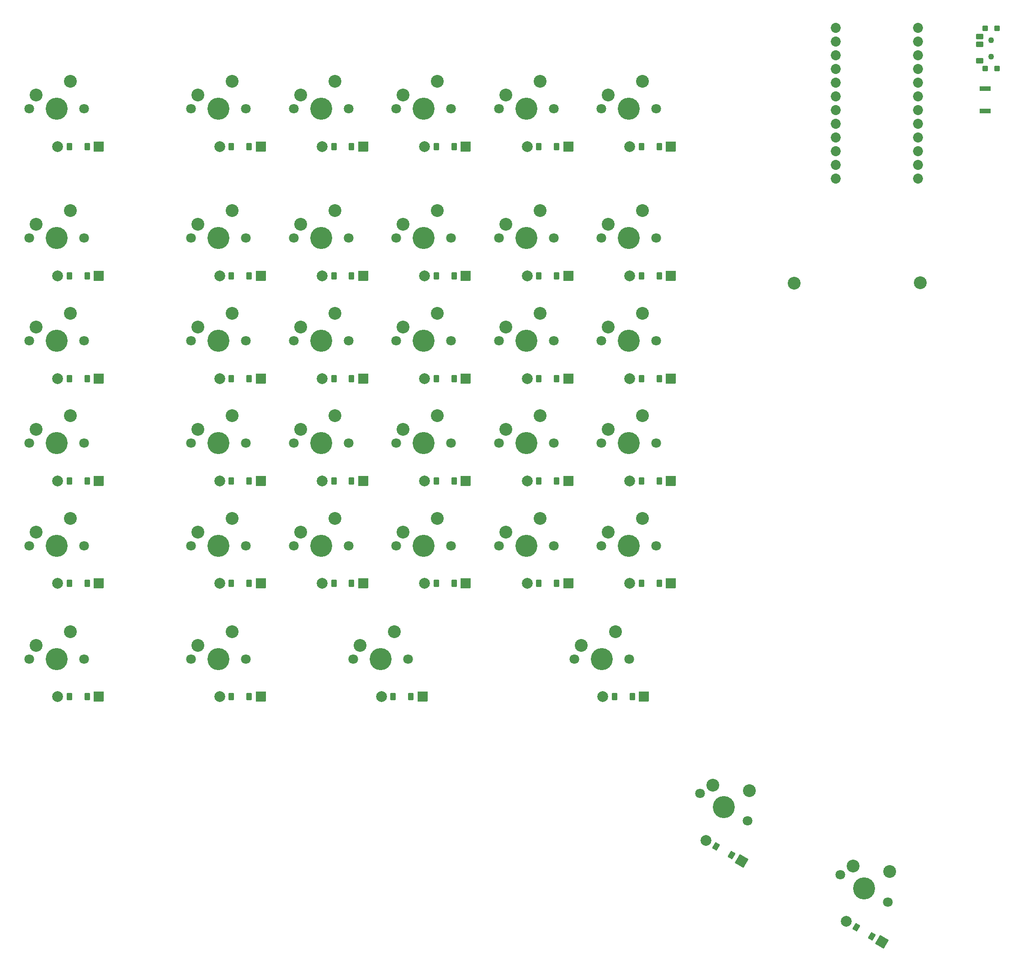
<source format=gbr>
%TF.GenerationSoftware,KiCad,Pcbnew,8.0.5*%
%TF.CreationDate,2024-10-12T19:47:22+02:00*%
%TF.ProjectId,finishedleftpcb,66696e69-7368-4656-946c-656674706362,v1.0.0*%
%TF.SameCoordinates,Original*%
%TF.FileFunction,Soldermask,Top*%
%TF.FilePolarity,Negative*%
%FSLAX46Y46*%
G04 Gerber Fmt 4.6, Leading zero omitted, Abs format (unit mm)*
G04 Created by KiCad (PCBNEW 8.0.5) date 2024-10-12 19:47:22*
%MOMM*%
%LPD*%
G01*
G04 APERTURE LIST*
G04 Aperture macros list*
%AMRoundRect*
0 Rectangle with rounded corners*
0 $1 Rounding radius*
0 $2 $3 $4 $5 $6 $7 $8 $9 X,Y pos of 4 corners*
0 Add a 4 corners polygon primitive as box body*
4,1,4,$2,$3,$4,$5,$6,$7,$8,$9,$2,$3,0*
0 Add four circle primitives for the rounded corners*
1,1,$1+$1,$2,$3*
1,1,$1+$1,$4,$5*
1,1,$1+$1,$6,$7*
1,1,$1+$1,$8,$9*
0 Add four rect primitives between the rounded corners*
20,1,$1+$1,$2,$3,$4,$5,0*
20,1,$1+$1,$4,$5,$6,$7,0*
20,1,$1+$1,$6,$7,$8,$9,0*
20,1,$1+$1,$8,$9,$2,$3,0*%
G04 Aperture macros list end*
%ADD10C,1.801800*%
%ADD11C,4.087800*%
%ADD12C,2.386000*%
%ADD13RoundRect,0.050000X0.889000X0.889000X-0.889000X0.889000X-0.889000X-0.889000X0.889000X-0.889000X0*%
%ADD14RoundRect,0.050000X0.450000X0.600000X-0.450000X0.600000X-0.450000X-0.600000X0.450000X-0.600000X0*%
%ADD15C,2.005000*%
%ADD16RoundRect,0.050000X1.214397X0.325397X-0.325397X1.214397X-1.214397X-0.325397X0.325397X-1.214397X0*%
%ADD17RoundRect,0.050000X0.689711X0.294615X-0.089711X0.744615X-0.689711X-0.294615X0.089711X-0.744615X0*%
%ADD18RoundRect,0.225000X0.825000X-0.225000X0.825000X0.225000X-0.825000X0.225000X-0.825000X-0.225000X0*%
%ADD19C,1.852600*%
%ADD20RoundRect,0.050000X0.450000X-0.450000X0.450000X0.450000X-0.450000X0.450000X-0.450000X-0.450000X0*%
%ADD21C,1.100000*%
%ADD22RoundRect,0.050000X0.625000X-0.450000X0.625000X0.450000X-0.625000X0.450000X-0.625000X-0.450000X0*%
G04 APERTURE END LIST*
D10*
%TO.C,S58*%
X171381601Y-64457468D03*
D11*
X176461601Y-64457468D03*
D10*
X181541601Y-64457468D03*
D12*
X179001601Y-59377468D03*
X172651601Y-61917468D03*
%TD*%
D10*
%TO.C,S64*%
X215674351Y-206417468D03*
D11*
X220073760Y-208957468D03*
D10*
X224473169Y-211497468D03*
D12*
X224813465Y-205828059D03*
X218044203Y-204852763D03*
%TD*%
D13*
%TO.C,D60*%
X108271601Y-173457468D03*
D14*
X106111601Y-173457468D03*
X102811601Y-173457468D03*
D15*
X100651601Y-173457468D03*
%TD*%
D13*
%TO.C,D22*%
X78271601Y-133457468D03*
D14*
X76111601Y-133457468D03*
X72811601Y-133457468D03*
D15*
X70651601Y-133457468D03*
%TD*%
D10*
%TO.C,S13*%
X152381601Y-145457468D03*
D11*
X157461601Y-145457468D03*
D10*
X162541601Y-145457468D03*
D12*
X160001601Y-140377468D03*
X153651601Y-142917468D03*
%TD*%
D13*
%TO.C,D3*%
X108271601Y-114457468D03*
D14*
X106111601Y-114457468D03*
X102811601Y-114457468D03*
D15*
X100651601Y-114457468D03*
%TD*%
D10*
%TO.C,S24*%
X65381601Y-88457468D03*
D11*
X70461601Y-88457468D03*
D10*
X75541601Y-88457468D03*
D12*
X73001601Y-83377468D03*
X66651601Y-85917468D03*
%TD*%
D13*
%TO.C,D17*%
X184271601Y-152457468D03*
D14*
X182111601Y-152457468D03*
X178811601Y-152457468D03*
D15*
X176651601Y-152457468D03*
%TD*%
D10*
%TO.C,S1*%
X95381601Y-145457468D03*
D11*
X100461601Y-145457468D03*
D10*
X105541601Y-145457468D03*
D12*
X103001601Y-140377468D03*
X96651601Y-142917468D03*
%TD*%
D10*
%TO.C,S54*%
X95381601Y-64457468D03*
D11*
X100461601Y-64457468D03*
D10*
X105541601Y-64457468D03*
D12*
X103001601Y-59377468D03*
X96651601Y-61917468D03*
%TD*%
D13*
%TO.C,D12*%
X146271601Y-95457468D03*
D14*
X144111601Y-95457468D03*
X140811601Y-95457468D03*
D15*
X138651601Y-95457468D03*
%TD*%
D10*
%TO.C,S15*%
X152381601Y-107457468D03*
D11*
X157461601Y-107457468D03*
D10*
X162541601Y-107457468D03*
D12*
X160001601Y-102377468D03*
X153651601Y-104917468D03*
%TD*%
D10*
%TO.C,S23*%
X65381601Y-107457468D03*
D11*
X70461601Y-107457468D03*
D10*
X75541601Y-107457468D03*
D12*
X73001601Y-102377468D03*
X66651601Y-104917468D03*
%TD*%
D10*
%TO.C,S11*%
X133381601Y-107457468D03*
D11*
X138461601Y-107457468D03*
D10*
X143541601Y-107457468D03*
D12*
X141001601Y-102377468D03*
X134651601Y-104917468D03*
%TD*%
D13*
%TO.C,D20*%
X184271601Y-95457468D03*
D14*
X182111601Y-95457468D03*
X178811601Y-95457468D03*
D15*
X176651601Y-95457468D03*
%TD*%
D10*
%TO.C,S16*%
X152381601Y-88457468D03*
D11*
X157461601Y-88457468D03*
D10*
X162541601Y-88457468D03*
D12*
X160001601Y-83377468D03*
X153651601Y-85917468D03*
%TD*%
%TO.C,*%
X230500000Y-96700000D03*
%TD*%
D13*
%TO.C,D23*%
X78271601Y-114457468D03*
D14*
X76111601Y-114457468D03*
X72811601Y-114457468D03*
D15*
X70651601Y-114457468D03*
%TD*%
D13*
%TO.C,D16*%
X165271601Y-95457468D03*
D14*
X163111601Y-95457468D03*
X159811601Y-95457468D03*
D15*
X157651601Y-95457468D03*
%TD*%
D10*
%TO.C,S56*%
X133381601Y-64457468D03*
D11*
X138461601Y-64457468D03*
D10*
X143541601Y-64457468D03*
D12*
X141001601Y-59377468D03*
X134651601Y-61917468D03*
%TD*%
D10*
%TO.C,S17*%
X171381601Y-145457468D03*
D11*
X176461601Y-145457468D03*
D10*
X181541601Y-145457468D03*
D12*
X179001601Y-140377468D03*
X172651601Y-142917468D03*
%TD*%
D13*
%TO.C,D61*%
X138271601Y-173457468D03*
D14*
X136111601Y-173457468D03*
X132811601Y-173457468D03*
D15*
X130651601Y-173457468D03*
%TD*%
D10*
%TO.C,S7*%
X114381601Y-107457468D03*
D11*
X119461601Y-107457468D03*
D10*
X124541601Y-107457468D03*
D12*
X122001601Y-102377468D03*
X115651601Y-104917468D03*
%TD*%
D10*
%TO.C,S55*%
X114381601Y-64457468D03*
D11*
X119461601Y-64457468D03*
D10*
X124541601Y-64457468D03*
D12*
X122001601Y-59377468D03*
X115651601Y-61917468D03*
%TD*%
D13*
%TO.C,D62*%
X179271601Y-173457468D03*
D14*
X177111601Y-173457468D03*
X173811601Y-173457468D03*
D15*
X171651601Y-173457468D03*
%TD*%
D10*
%TO.C,S20*%
X171381601Y-88457468D03*
D11*
X176461601Y-88457468D03*
D10*
X181541601Y-88457468D03*
D12*
X179001601Y-83377468D03*
X172651601Y-85917468D03*
%TD*%
D13*
%TO.C,D58*%
X184271601Y-71457468D03*
D14*
X182111601Y-71457468D03*
X178811601Y-71457468D03*
D15*
X176651601Y-71457468D03*
%TD*%
D10*
%TO.C,S60*%
X95381601Y-166457468D03*
D11*
X100461601Y-166457468D03*
D10*
X105541601Y-166457468D03*
D12*
X103001601Y-161377468D03*
X96651601Y-163917468D03*
%TD*%
D13*
%TO.C,D5*%
X127271601Y-152457468D03*
D14*
X125111601Y-152457468D03*
X121811601Y-152457468D03*
D15*
X119651601Y-152457468D03*
%TD*%
D16*
%TO.C,D63*%
X197356657Y-203924646D03*
D17*
X195486042Y-202844646D03*
X192628158Y-201194646D03*
D15*
X190757543Y-200114646D03*
%TD*%
D10*
%TO.C,S62*%
X166381601Y-166457468D03*
D11*
X171461601Y-166457468D03*
D10*
X176541601Y-166457468D03*
D12*
X174001601Y-161377468D03*
X167651601Y-163917468D03*
%TD*%
D13*
%TO.C,D54*%
X108271601Y-71457468D03*
D14*
X106111601Y-71457468D03*
X102811601Y-71457468D03*
D15*
X100651601Y-71457468D03*
%TD*%
D10*
%TO.C,S4*%
X95381601Y-88457468D03*
D11*
X100461601Y-88457468D03*
D10*
X105541601Y-88457468D03*
D12*
X103001601Y-83377468D03*
X96651601Y-85917468D03*
%TD*%
D13*
%TO.C,D21*%
X78271601Y-152457468D03*
D14*
X76111601Y-152457468D03*
X72811601Y-152457468D03*
D15*
X70651601Y-152457468D03*
%TD*%
D10*
%TO.C,S8*%
X114381601Y-88457468D03*
D11*
X119461601Y-88457468D03*
D10*
X124541601Y-88457468D03*
D12*
X122001601Y-83377468D03*
X115651601Y-85917468D03*
%TD*%
D13*
%TO.C,D57*%
X165271601Y-71457468D03*
D14*
X163111601Y-71457468D03*
X159811601Y-71457468D03*
D15*
X157651601Y-71457468D03*
%TD*%
D10*
%TO.C,S21*%
X65381601Y-145457468D03*
D11*
X70461601Y-145457468D03*
D10*
X75541601Y-145457468D03*
D12*
X73001601Y-140377468D03*
X66651601Y-142917468D03*
%TD*%
D10*
%TO.C,S12*%
X133381601Y-88457468D03*
D11*
X138461601Y-88457468D03*
D10*
X143541601Y-88457468D03*
D12*
X141001601Y-83377468D03*
X134651601Y-85917468D03*
%TD*%
D13*
%TO.C,D59*%
X78271601Y-173457468D03*
D14*
X76111601Y-173457468D03*
X72811601Y-173457468D03*
D15*
X70651601Y-173457468D03*
%TD*%
D18*
%TO.C,REF\u002A\u002A*%
X242500000Y-64900000D03*
X242500000Y-60700000D03*
%TD*%
D10*
%TO.C,S3*%
X95381601Y-107457468D03*
D11*
X100461601Y-107457468D03*
D10*
X105541601Y-107457468D03*
D12*
X103001601Y-102377468D03*
X96651601Y-104917468D03*
%TD*%
D13*
%TO.C,D11*%
X146271601Y-114457468D03*
D14*
X144111601Y-114457468D03*
X140811601Y-114457468D03*
D15*
X138651601Y-114457468D03*
%TD*%
D13*
%TO.C,D6*%
X127271601Y-133457468D03*
D14*
X125111601Y-133457468D03*
X121811601Y-133457468D03*
D15*
X119651601Y-133457468D03*
%TD*%
D19*
%TO.C,MCU1*%
X214841601Y-49487468D03*
X214841601Y-52027468D03*
X214841601Y-54567468D03*
X214841601Y-57107468D03*
X214841601Y-59647468D03*
X214841601Y-62187468D03*
X214841601Y-64727468D03*
X214841601Y-67267468D03*
X214841601Y-69807468D03*
X214841601Y-72347468D03*
X214841601Y-74887468D03*
X214841601Y-77427468D03*
X230081601Y-77427468D03*
X230081601Y-74887468D03*
X230081601Y-72347468D03*
X230081601Y-69807468D03*
X230081601Y-67267468D03*
X230081601Y-64727468D03*
X230081601Y-62187468D03*
X230081601Y-59647468D03*
X230081601Y-57107468D03*
X230081601Y-54567468D03*
X230081601Y-52027468D03*
X230081601Y-49487468D03*
%TD*%
D13*
%TO.C,D14*%
X165271601Y-133457468D03*
D14*
X163111601Y-133457468D03*
X159811601Y-133457468D03*
D15*
X157651601Y-133457468D03*
%TD*%
D10*
%TO.C,S2*%
X95381601Y-126457468D03*
D11*
X100461601Y-126457468D03*
D10*
X105541601Y-126457468D03*
D12*
X103001601Y-121377468D03*
X96651601Y-123917468D03*
%TD*%
D10*
%TO.C,S10*%
X133381601Y-126457468D03*
D11*
X138461601Y-126457468D03*
D10*
X143541601Y-126457468D03*
D12*
X141001601Y-121377468D03*
X134651601Y-123917468D03*
%TD*%
D13*
%TO.C,D13*%
X165271601Y-152457468D03*
D14*
X163111601Y-152457468D03*
X159811601Y-152457468D03*
D15*
X157651601Y-152457468D03*
%TD*%
D13*
%TO.C,D18*%
X184271601Y-133457468D03*
D14*
X182111601Y-133457468D03*
X178811601Y-133457468D03*
D15*
X176651601Y-133457468D03*
%TD*%
D13*
%TO.C,D4*%
X108271601Y-95457468D03*
D14*
X106111601Y-95457468D03*
X102811601Y-95457468D03*
D15*
X100651601Y-95457468D03*
%TD*%
D10*
%TO.C,S6*%
X114381601Y-126457468D03*
D11*
X119461601Y-126457468D03*
D10*
X124541601Y-126457468D03*
D12*
X122001601Y-121377468D03*
X115651601Y-123917468D03*
%TD*%
D10*
%TO.C,S22*%
X65381601Y-126457468D03*
D11*
X70461601Y-126457468D03*
D10*
X75541601Y-126457468D03*
D12*
X73001601Y-121377468D03*
X66651601Y-123917468D03*
%TD*%
D13*
%TO.C,D7*%
X127271601Y-114457468D03*
D14*
X125111601Y-114457468D03*
X121811601Y-114457468D03*
D15*
X119651601Y-114457468D03*
%TD*%
D10*
%TO.C,S57*%
X152381601Y-64457468D03*
D11*
X157461601Y-64457468D03*
D10*
X162541601Y-64457468D03*
D12*
X160001601Y-59377468D03*
X153651601Y-61917468D03*
%TD*%
D13*
%TO.C,D56*%
X146271601Y-71457468D03*
D14*
X144111601Y-71457468D03*
X140811601Y-71457468D03*
D15*
X138651601Y-71457468D03*
%TD*%
D10*
%TO.C,S63*%
X189693589Y-191417468D03*
D11*
X194092998Y-193957468D03*
D10*
X198492407Y-196497468D03*
D12*
X198832703Y-190828059D03*
X192063441Y-189852763D03*
%TD*%
D10*
%TO.C,S59*%
X65381601Y-166457468D03*
D11*
X70461601Y-166457468D03*
D10*
X75541601Y-166457468D03*
D12*
X73001601Y-161377468D03*
X66651601Y-163917468D03*
%TD*%
D10*
%TO.C,S19*%
X171381601Y-107457468D03*
D11*
X176461601Y-107457468D03*
D10*
X181541601Y-107457468D03*
D12*
X179001601Y-102377468D03*
X172651601Y-104917468D03*
%TD*%
D13*
%TO.C,D15*%
X165271601Y-114457468D03*
D14*
X163111601Y-114457468D03*
X159811601Y-114457468D03*
D15*
X157651601Y-114457468D03*
%TD*%
D10*
%TO.C,S53*%
X65381601Y-64457468D03*
D11*
X70461601Y-64457468D03*
D10*
X75541601Y-64457468D03*
D12*
X73001601Y-59377468D03*
X66651601Y-61917468D03*
%TD*%
D13*
%TO.C,D2*%
X108271601Y-133457468D03*
D14*
X106111601Y-133457468D03*
X102811601Y-133457468D03*
D15*
X100651601Y-133457468D03*
%TD*%
D10*
%TO.C,S18*%
X171381601Y-126457468D03*
D11*
X176461601Y-126457468D03*
D10*
X181541601Y-126457468D03*
D12*
X179001601Y-121377468D03*
X172651601Y-123917468D03*
%TD*%
D13*
%TO.C,D53*%
X78271601Y-71457468D03*
D14*
X76111601Y-71457468D03*
X72811601Y-71457468D03*
D15*
X70651601Y-71457468D03*
%TD*%
D16*
%TO.C,D64*%
X223337419Y-218924646D03*
D17*
X221466804Y-217844646D03*
X218608920Y-216194646D03*
D15*
X216738305Y-215114646D03*
%TD*%
D13*
%TO.C,D55*%
X127271601Y-71457468D03*
D14*
X125111601Y-71457468D03*
X121811601Y-71457468D03*
D15*
X119651601Y-71457468D03*
%TD*%
D12*
%TO.C,*%
X207100000Y-96800000D03*
%TD*%
D10*
%TO.C,S9*%
X133381601Y-145457468D03*
D11*
X138461601Y-145457468D03*
D10*
X143541601Y-145457468D03*
D12*
X141001601Y-140377468D03*
X134651601Y-142917468D03*
%TD*%
D13*
%TO.C,D24*%
X78271601Y-95457468D03*
D14*
X76111601Y-95457468D03*
X72811601Y-95457468D03*
D15*
X70651601Y-95457468D03*
%TD*%
D10*
%TO.C,S5*%
X114381601Y-145457468D03*
D11*
X119461601Y-145457468D03*
D10*
X124541601Y-145457468D03*
D12*
X122001601Y-140377468D03*
X115651601Y-142917468D03*
%TD*%
D10*
%TO.C,S61*%
X125381601Y-166457468D03*
D11*
X130461601Y-166457468D03*
D10*
X135541601Y-166457468D03*
D12*
X133001601Y-161377468D03*
X126651601Y-163917468D03*
%TD*%
D13*
%TO.C,D19*%
X184271601Y-114457468D03*
D14*
X182111601Y-114457468D03*
X178811601Y-114457468D03*
D15*
X176651601Y-114457468D03*
%TD*%
D13*
%TO.C,D9*%
X146271601Y-152457468D03*
D14*
X144111601Y-152457468D03*
X140811601Y-152457468D03*
D15*
X138651601Y-152457468D03*
%TD*%
D13*
%TO.C,D8*%
X127271601Y-95457468D03*
D14*
X125111601Y-95457468D03*
X121811601Y-95457468D03*
D15*
X119651601Y-95457468D03*
%TD*%
D13*
%TO.C,D10*%
X146271601Y-133457468D03*
D14*
X144111601Y-133457468D03*
X140811601Y-133457468D03*
D15*
X138651601Y-133457468D03*
%TD*%
D10*
%TO.C,S14*%
X152381601Y-126457468D03*
D11*
X157461601Y-126457468D03*
D10*
X162541601Y-126457468D03*
D12*
X160001601Y-121377468D03*
X153651601Y-123917468D03*
%TD*%
D13*
%TO.C,D1*%
X108271601Y-152457468D03*
D14*
X106111601Y-152457468D03*
X102811601Y-152457468D03*
D15*
X100651601Y-152457468D03*
%TD*%
D20*
%TO.C,T1*%
X242500000Y-57000000D03*
X244700000Y-57000000D03*
D21*
X243600000Y-54800000D03*
X243600000Y-51800000D03*
D20*
X242500000Y-49600000D03*
X244700000Y-49600000D03*
D22*
X241525000Y-55550000D03*
X241525000Y-52550000D03*
X241525000Y-51050000D03*
%TD*%
M02*

</source>
